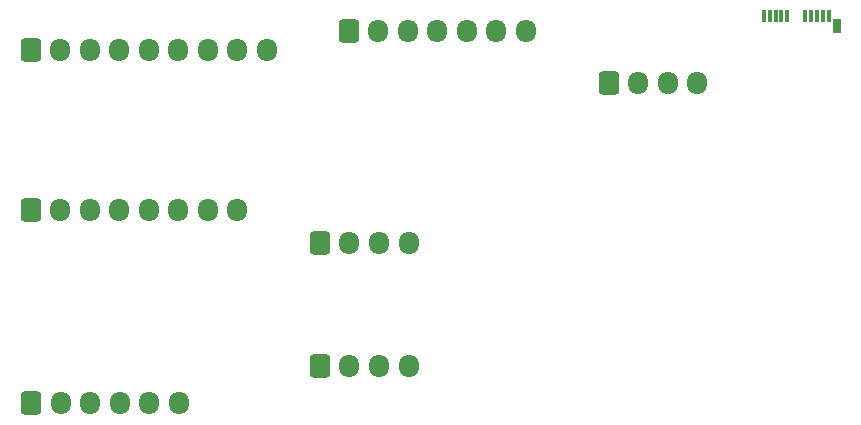
<source format=gbr>
%TF.GenerationSoftware,KiCad,Pcbnew,(6.0.11)*%
%TF.CreationDate,2023-02-06T10:27:39-08:00*%
%TF.ProjectId,EV1,4556312e-6b69-4636-9164-5f7063625858,rev?*%
%TF.SameCoordinates,Original*%
%TF.FileFunction,Copper,L2,Bot*%
%TF.FilePolarity,Positive*%
%FSLAX46Y46*%
G04 Gerber Fmt 4.6, Leading zero omitted, Abs format (unit mm)*
G04 Created by KiCad (PCBNEW (6.0.11)) date 2023-02-06 10:27:39*
%MOMM*%
%LPD*%
G01*
G04 APERTURE LIST*
G04 Aperture macros list*
%AMRoundRect*
0 Rectangle with rounded corners*
0 $1 Rounding radius*
0 $2 $3 $4 $5 $6 $7 $8 $9 X,Y pos of 4 corners*
0 Add a 4 corners polygon primitive as box body*
4,1,4,$2,$3,$4,$5,$6,$7,$8,$9,$2,$3,0*
0 Add four circle primitives for the rounded corners*
1,1,$1+$1,$2,$3*
1,1,$1+$1,$4,$5*
1,1,$1+$1,$6,$7*
1,1,$1+$1,$8,$9*
0 Add four rect primitives between the rounded corners*
20,1,$1+$1,$2,$3,$4,$5,0*
20,1,$1+$1,$4,$5,$6,$7,0*
20,1,$1+$1,$6,$7,$8,$9,0*
20,1,$1+$1,$8,$9,$2,$3,0*%
G04 Aperture macros list end*
%TA.AperFunction,SMDPad,CuDef*%
%ADD10R,0.380000X1.000000*%
%TD*%
%TA.AperFunction,SMDPad,CuDef*%
%ADD11R,0.700000X1.150000*%
%TD*%
%TA.AperFunction,ComponentPad*%
%ADD12RoundRect,0.250000X-0.600000X-0.725000X0.600000X-0.725000X0.600000X0.725000X-0.600000X0.725000X0*%
%TD*%
%TA.AperFunction,ComponentPad*%
%ADD13O,1.700000X1.950000*%
%TD*%
G04 APERTURE END LIST*
D10*
%TO.P,P1,B1,GND*%
%TO.N,GND*%
X191363400Y-79417200D03*
%TO.P,P1,B2,TX2+*%
%TO.N,unconnected-(P1-PadB2)*%
X190863400Y-79417200D03*
%TO.P,P1,B3,TX2-*%
%TO.N,unconnected-(P1-PadB3)*%
X190363400Y-79417200D03*
%TO.P,P1,B4,VBUS*%
%TO.N,VBUS*%
X189863400Y-79417200D03*
%TO.P,P1,B5,VCONN*%
%TO.N,unconnected-(P1-PadB5)*%
X189363400Y-79417200D03*
%TO.P,P1,B8,SBU2*%
%TO.N,unconnected-(P1-PadB8)*%
X187863400Y-79417200D03*
%TO.P,P1,B9,VBUS*%
%TO.N,VBUS*%
X187363400Y-79417200D03*
%TO.P,P1,B10,RX1-*%
%TO.N,unconnected-(P1-PadB10)*%
X186863400Y-79417200D03*
%TO.P,P1,B11,RX1+*%
%TO.N,unconnected-(P1-PadB11)*%
X186363400Y-79417200D03*
%TO.P,P1,B12,GND*%
%TO.N,GND*%
X185863400Y-79417200D03*
D11*
%TO.P,P1,S1,SHIELD*%
%TO.N,unconnected-(P1-PadS1)*%
X192033400Y-80257200D03*
%TD*%
D12*
%TO.P,J7,1,Pin_1*%
%TO.N,+3.3V*%
X123838400Y-112217200D03*
D13*
%TO.P,J7,2,Pin_2*%
%TO.N,/IO_PC9*%
X126338400Y-112217200D03*
%TO.P,J7,3,Pin_3*%
%TO.N,/IO_PC8*%
X128838400Y-112217200D03*
%TO.P,J7,4,Pin_4*%
%TO.N,/IO_PC7*%
X131338400Y-112217200D03*
%TO.P,J7,5,Pin_5*%
%TO.N,/IO_PC6*%
X133838400Y-112217200D03*
%TO.P,J7,6,Pin_6*%
%TO.N,GND*%
X136338400Y-112217200D03*
%TD*%
D12*
%TO.P,J6,1,Pin_1*%
%TO.N,+3.3V*%
X148288400Y-109047200D03*
D13*
%TO.P,J6,2,Pin_2*%
%TO.N,/USART2_RX*%
X150788400Y-109047200D03*
%TO.P,J6,3,Pin_3*%
%TO.N,/USART2_TX*%
X153288400Y-109047200D03*
%TO.P,J6,4,Pin_4*%
%TO.N,GND*%
X155788400Y-109047200D03*
%TD*%
D12*
%TO.P,J5,1,Pin_1*%
%TO.N,+3.3V*%
X123788400Y-95867200D03*
D13*
%TO.P,J5,2,Pin_2*%
%TO.N,/RST_PA6*%
X126288400Y-95867200D03*
%TO.P,J5,3,Pin_3*%
%TO.N,/BL_PA4*%
X128788400Y-95867200D03*
%TO.P,J5,4,Pin_4*%
%TO.N,/CS_PA1*%
X131288400Y-95867200D03*
%TO.P,J5,5,Pin_5*%
%TO.N,/DC_PB0*%
X133788400Y-95867200D03*
%TO.P,J5,6,Pin_6*%
%TO.N,/MOSI_SPI*%
X136288400Y-95867200D03*
%TO.P,J5,7,Pin_7*%
%TO.N,/SCK_SPI*%
X138788400Y-95867200D03*
%TO.P,J5,8,Pin_8*%
%TO.N,GND*%
X141288400Y-95867200D03*
%TD*%
D12*
%TO.P,J4,1,Pin_1*%
%TO.N,+3.3V*%
X150738400Y-80717200D03*
D13*
%TO.P,J4,2,Pin_2*%
%TO.N,/BB_COLS_2*%
X153238400Y-80717200D03*
%TO.P,J4,3,Pin_3*%
%TO.N,/BB_COLS_3*%
X155738400Y-80717200D03*
%TO.P,J4,4,Pin_4*%
%TO.N,/BB_COLS_4*%
X158238400Y-80717200D03*
%TO.P,J4,5,Pin_5*%
%TO.N,/BB_COLS_5*%
X160738400Y-80717200D03*
%TO.P,J4,6,Pin_6*%
%TO.N,/BB_COLS_6*%
X163238400Y-80717200D03*
%TO.P,J4,7,Pin_7*%
%TO.N,GND*%
X165738400Y-80717200D03*
%TD*%
D12*
%TO.P,J3,1,Pin_1*%
%TO.N,+3.3V*%
X123788400Y-82317200D03*
D13*
%TO.P,J3,2,Pin_2*%
%TO.N,/BB_ROW_2*%
X126288400Y-82317200D03*
%TO.P,J3,3,Pin_3*%
%TO.N,/BB_ROW_3*%
X128788400Y-82317200D03*
%TO.P,J3,4,Pin_4*%
%TO.N,/BB_ROW_4*%
X131288400Y-82317200D03*
%TO.P,J3,5,Pin_5*%
%TO.N,/BB_ROW_5*%
X133788400Y-82317200D03*
%TO.P,J3,6,Pin_6*%
%TO.N,/BB_ROW_6*%
X136288400Y-82317200D03*
%TO.P,J3,7,Pin_7*%
%TO.N,/BB_ROW_7*%
X138788400Y-82317200D03*
%TO.P,J3,8,Pin_8*%
%TO.N,/BB_ROW_8*%
X141288400Y-82317200D03*
%TO.P,J3,9,Pin_9*%
%TO.N,GND*%
X143788400Y-82317200D03*
%TD*%
D12*
%TO.P,J2,1,Pin_1*%
%TO.N,+3.3V*%
X172738400Y-85117200D03*
D13*
%TO.P,J2,2,Pin_2*%
%TO.N,/USART_3_RX*%
X175238400Y-85117200D03*
%TO.P,J2,3,Pin_3*%
%TO.N,/USART_3_TX*%
X177738400Y-85117200D03*
%TO.P,J2,4,Pin_4*%
%TO.N,GND*%
X180238400Y-85117200D03*
%TD*%
D12*
%TO.P,J1,1,Pin_1*%
%TO.N,+3.3V*%
X148288400Y-98667200D03*
D13*
%TO.P,J1,2,Pin_2*%
%TO.N,/I2C_SCL*%
X150788400Y-98667200D03*
%TO.P,J1,3,Pin_3*%
%TO.N,/I2C_SDA*%
X153288400Y-98667200D03*
%TO.P,J1,4,Pin_4*%
%TO.N,GND*%
X155788400Y-98667200D03*
%TD*%
M02*

</source>
